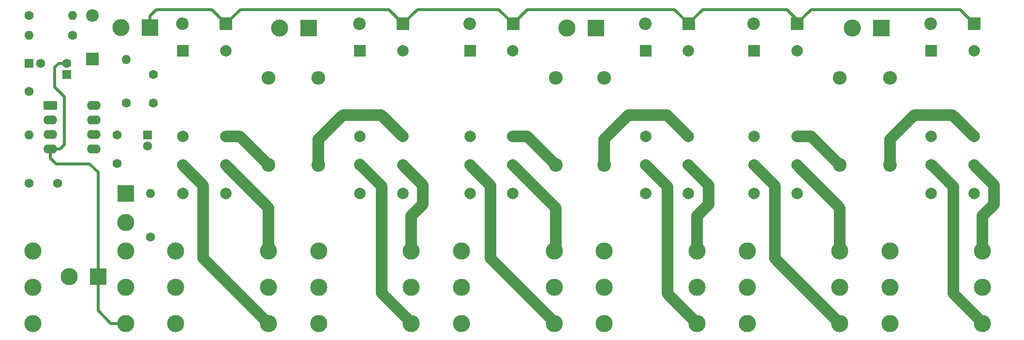
<source format=gbl>
%TF.GenerationSoftware,KiCad,Pcbnew,9.0.0+dfsg-1*%
%TF.CreationDate,2025-03-17T16:09:15+01:00*%
%TF.ProjectId,relays-array-6,72656c61-7973-42d6-9172-7261792d362e,1.0*%
%TF.SameCoordinates,Original*%
%TF.FileFunction,Copper,L2,Bot*%
%TF.FilePolarity,Positive*%
%FSLAX46Y46*%
G04 Gerber Fmt 4.6, Leading zero omitted, Abs format (unit mm)*
G04 Created by KiCad (PCBNEW 9.0.0+dfsg-1) date 2025-03-17 16:09:15*
%MOMM*%
%LPD*%
G01*
G04 APERTURE LIST*
G04 Aperture macros list*
%AMRoundRect*
0 Rectangle with rounded corners*
0 $1 Rounding radius*
0 $2 $3 $4 $5 $6 $7 $8 $9 X,Y pos of 4 corners*
0 Add a 4 corners polygon primitive as box body*
4,1,4,$2,$3,$4,$5,$6,$7,$8,$9,$2,$3,0*
0 Add four circle primitives for the rounded corners*
1,1,$1+$1,$2,$3*
1,1,$1+$1,$4,$5*
1,1,$1+$1,$6,$7*
1,1,$1+$1,$8,$9*
0 Add four rect primitives between the rounded corners*
20,1,$1+$1,$2,$3,$4,$5,0*
20,1,$1+$1,$4,$5,$6,$7,0*
20,1,$1+$1,$6,$7,$8,$9,0*
20,1,$1+$1,$8,$9,$2,$3,0*%
G04 Aperture macros list end*
%TA.AperFunction,ComponentPad*%
%ADD10C,2.000000*%
%TD*%
%TA.AperFunction,ComponentPad*%
%ADD11R,2.000000X2.000000*%
%TD*%
%TA.AperFunction,ComponentPad*%
%ADD12C,2.400000*%
%TD*%
%TA.AperFunction,ComponentPad*%
%ADD13O,2.400000X2.400000*%
%TD*%
%TA.AperFunction,ComponentPad*%
%ADD14R,3.000000X3.000000*%
%TD*%
%TA.AperFunction,ComponentPad*%
%ADD15C,3.000000*%
%TD*%
%TA.AperFunction,ComponentPad*%
%ADD16R,2.200000X2.200000*%
%TD*%
%TA.AperFunction,ComponentPad*%
%ADD17O,2.200000X2.200000*%
%TD*%
%TA.AperFunction,ComponentPad*%
%ADD18C,1.600000*%
%TD*%
%TA.AperFunction,ComponentPad*%
%ADD19O,1.600000X1.600000*%
%TD*%
%TA.AperFunction,ComponentPad*%
%ADD20R,1.600000X1.600000*%
%TD*%
%TA.AperFunction,ComponentPad*%
%ADD21RoundRect,0.250000X-0.950000X-0.550000X0.950000X-0.550000X0.950000X0.550000X-0.950000X0.550000X0*%
%TD*%
%TA.AperFunction,ComponentPad*%
%ADD22O,2.400000X1.600000*%
%TD*%
%TA.AperFunction,Conductor*%
%ADD23C,0.500000*%
%TD*%
%TA.AperFunction,Conductor*%
%ADD24C,2.000000*%
%TD*%
G04 APERTURE END LIST*
D10*
%TO.P,K6,11*%
%TO.N,Net-(J8-PadS)*%
X196000000Y-95000000D03*
%TO.P,K6,12*%
%TO.N,Net-(JP6-A)*%
X196000000Y-90000000D03*
%TO.P,K6,14*%
%TO.N,/SIGNAL*%
X196000000Y-100000000D03*
%TO.P,K6,21*%
%TO.N,Net-(J8-PadT)*%
X203500000Y-95000000D03*
%TO.P,K6,22*%
%TO.N,Net-(JP6-B)*%
X203500000Y-90000000D03*
%TO.P,K6,24*%
%TO.N,GND*%
X203500000Y-100000000D03*
D11*
%TO.P,K6,A1*%
%TO.N,Net-(D6-A)*%
X196000000Y-75000000D03*
D10*
%TO.P,K6,A2*%
%TO.N,+12V*%
X203500000Y-75000000D03*
%TD*%
%TO.P,K3,11*%
%TO.N,Net-(J4-PadS)*%
X115270000Y-95000000D03*
%TO.P,K3,12*%
%TO.N,Net-(JP4-A)*%
X115270000Y-90000000D03*
%TO.P,K3,14*%
%TO.N,/SIGNAL*%
X115270000Y-100000000D03*
%TO.P,K3,21*%
%TO.N,Net-(J4-PadT)*%
X122770000Y-95000000D03*
%TO.P,K3,22*%
%TO.N,Net-(JP4-B)*%
X122770000Y-90000000D03*
%TO.P,K3,24*%
%TO.N,GND*%
X122770000Y-100000000D03*
D11*
%TO.P,K3,A1*%
%TO.N,Net-(D3-A)*%
X115270000Y-75000000D03*
D10*
%TO.P,K3,A2*%
%TO.N,+12V*%
X122770000Y-75000000D03*
%TD*%
D12*
%TO.P,R3,1*%
%TO.N,Net-(JP4-B)*%
X130270000Y-95000000D03*
D13*
%TO.P,R3,2*%
%TO.N,Net-(JP4-A)*%
X130270000Y-79760000D03*
%TD*%
D14*
%TO.P,J16,1,Pin_1*%
%TO.N,GND*%
X50180000Y-114500000D03*
D15*
%TO.P,J16,2,Pin_2*%
%TO.N,Net-(J16-Pin_2)*%
X45100000Y-114500000D03*
%TD*%
D12*
%TO.P,R4,1*%
%TO.N,Net-(JP5-B)*%
X138750000Y-95000000D03*
D13*
%TO.P,R4,2*%
%TO.N,Net-(JP5-A)*%
X138750000Y-79760000D03*
%TD*%
D16*
%TO.P,D2,1,K*%
%TO.N,+12V*%
X103560000Y-70250000D03*
D17*
%TO.P,D2,2,A*%
%TO.N,Net-(D2-A)*%
X95940000Y-70250000D03*
%TD*%
D18*
%TO.P,C2,1*%
%TO.N,Net-(U1-+)*%
X38100000Y-98200000D03*
%TO.P,C2,2*%
%TO.N,Net-(J16-Pin_2)*%
X43100000Y-98200000D03*
%TD*%
%TO.P,R13,1*%
%TO.N,VCC*%
X55100000Y-84100000D03*
D19*
%TO.P,R13,2*%
%TO.N,+12V*%
X55100000Y-76480000D03*
%TD*%
D16*
%TO.P,D6,1,K*%
%TO.N,+12V*%
X203560000Y-70250000D03*
D17*
%TO.P,D6,2,A*%
%TO.N,Net-(D6-A)*%
X195940000Y-70250000D03*
%TD*%
D14*
%TO.P,J9,1,Pin_1*%
%TO.N,Net-(D6-A)*%
X187290000Y-71000000D03*
D15*
%TO.P,J9,2,Pin_2*%
%TO.N,Net-(D5-A)*%
X182210000Y-71000000D03*
%TD*%
D20*
%TO.P,C8,1*%
%TO.N,Net-(U1--)*%
X58800000Y-89700000D03*
D18*
%TO.P,C8,2*%
%TO.N,/SIGNAL*%
X58800000Y-91700000D03*
%TD*%
D16*
%TO.P,D3,1,K*%
%TO.N,+12V*%
X122830000Y-70250000D03*
D17*
%TO.P,D3,2,A*%
%TO.N,Net-(D3-A)*%
X115210000Y-70250000D03*
%TD*%
D10*
%TO.P,K4,11*%
%TO.N,Net-(J5-PadS)*%
X146000000Y-95000000D03*
%TO.P,K4,12*%
%TO.N,Net-(JP5-A)*%
X146000000Y-90000000D03*
%TO.P,K4,14*%
%TO.N,/SIGNAL*%
X146000000Y-100000000D03*
%TO.P,K4,21*%
%TO.N,Net-(J5-PadT)*%
X153500000Y-95000000D03*
%TO.P,K4,22*%
%TO.N,Net-(JP5-B)*%
X153500000Y-90000000D03*
%TO.P,K4,24*%
%TO.N,GND*%
X153500000Y-100000000D03*
D11*
%TO.P,K4,A1*%
%TO.N,Net-(D4-A)*%
X146000000Y-75000000D03*
D10*
%TO.P,K4,A2*%
%TO.N,+12V*%
X153500000Y-75000000D03*
%TD*%
D15*
%TO.P,J4,R*%
%TO.N,unconnected-(J4-PadR)*%
X130000000Y-116350000D03*
%TO.P,J4,RN*%
%TO.N,unconnected-(J4-PadRN)*%
X113770000Y-116350000D03*
%TO.P,J4,S*%
%TO.N,Net-(J4-PadS)*%
X130000000Y-122700000D03*
%TO.P,J4,SN*%
%TO.N,unconnected-(J4-PadSN)*%
X113770000Y-122700000D03*
%TO.P,J4,T*%
%TO.N,Net-(J4-PadT)*%
X130000000Y-110000000D03*
%TO.P,J4,TN*%
%TO.N,unconnected-(J4-PadTN)*%
X113770000Y-110000000D03*
%TD*%
D12*
%TO.P,R5,1*%
%TO.N,Net-(JP7-B)*%
X180000000Y-95000000D03*
D13*
%TO.P,R5,2*%
%TO.N,Net-(JP7-A)*%
X180000000Y-79760000D03*
%TD*%
D15*
%TO.P,J2,R*%
%TO.N,unconnected-(J2-PadR)*%
X105000000Y-116350000D03*
%TO.P,J2,RN*%
%TO.N,unconnected-(J2-PadRN)*%
X88770000Y-116350000D03*
%TO.P,J2,S*%
%TO.N,Net-(J2-PadS)*%
X105000000Y-122700000D03*
%TO.P,J2,SN*%
%TO.N,unconnected-(J2-PadSN)*%
X88770000Y-122700000D03*
%TO.P,J2,T*%
%TO.N,Net-(J2-PadT)*%
X105000000Y-110000000D03*
%TO.P,J2,TN*%
%TO.N,unconnected-(J2-PadTN)*%
X88770000Y-110000000D03*
%TD*%
D20*
%TO.P,C10,1*%
%TO.N,GNDS*%
X38100000Y-77200000D03*
D18*
%TO.P,C10,2*%
%TO.N,GND*%
X40100000Y-77200000D03*
%TD*%
D16*
%TO.P,D9,1,K*%
%TO.N,+12V*%
X49200000Y-76410000D03*
D17*
%TO.P,D9,2,A*%
%TO.N,GND*%
X49200000Y-68790000D03*
%TD*%
D16*
%TO.P,D4,1,K*%
%TO.N,+12V*%
X153560000Y-70250000D03*
D17*
%TO.P,D4,2,A*%
%TO.N,Net-(D4-A)*%
X145940000Y-70250000D03*
%TD*%
D15*
%TO.P,J14,R*%
%TO.N,unconnected-(J14-PadR)*%
X55000000Y-116350000D03*
%TO.P,J14,RN*%
%TO.N,unconnected-(J14-PadRN)*%
X38770000Y-116350000D03*
%TO.P,J14,S*%
%TO.N,GND*%
X55000000Y-122700000D03*
%TO.P,J14,SN*%
%TO.N,unconnected-(J14-PadSN)*%
X38770000Y-122700000D03*
%TO.P,J14,T*%
%TO.N,Net-(J16-Pin_2)*%
X55000000Y-110000000D03*
%TO.P,J14,TN*%
%TO.N,unconnected-(J14-PadTN)*%
X38770000Y-110000000D03*
%TD*%
D12*
%TO.P,R2,1*%
%TO.N,Net-(JP2-B)*%
X88750000Y-95000000D03*
D13*
%TO.P,R2,2*%
%TO.N,Net-(JP2-A)*%
X88750000Y-79760000D03*
%TD*%
D15*
%TO.P,J8,R*%
%TO.N,unconnected-(J8-PadR)*%
X205000000Y-116350000D03*
%TO.P,J8,RN*%
%TO.N,unconnected-(J8-PadRN)*%
X188770000Y-116350000D03*
%TO.P,J8,S*%
%TO.N,Net-(J8-PadS)*%
X205000000Y-122700000D03*
%TO.P,J8,SN*%
%TO.N,unconnected-(J8-PadSN)*%
X188770000Y-122700000D03*
%TO.P,J8,T*%
%TO.N,Net-(J8-PadT)*%
X205000000Y-110000000D03*
%TO.P,J8,TN*%
%TO.N,unconnected-(J8-PadTN)*%
X188770000Y-110000000D03*
%TD*%
D10*
%TO.P,K1,11*%
%TO.N,Net-(J1-PadS)*%
X65000000Y-95000000D03*
%TO.P,K1,12*%
%TO.N,Net-(JP3-A)*%
X65000000Y-90000000D03*
%TO.P,K1,14*%
%TO.N,/SIGNAL*%
X65000000Y-100000000D03*
%TO.P,K1,21*%
%TO.N,Net-(J1-PadT)*%
X72500000Y-95000000D03*
%TO.P,K1,22*%
%TO.N,Net-(JP3-B)*%
X72500000Y-90000000D03*
%TO.P,K1,24*%
%TO.N,GND*%
X72500000Y-100000000D03*
D11*
%TO.P,K1,A1*%
%TO.N,Net-(D1-A)*%
X65000000Y-75000000D03*
D10*
%TO.P,K1,A2*%
%TO.N,+12V*%
X72500000Y-75000000D03*
%TD*%
D16*
%TO.P,D1,1,K*%
%TO.N,+12V*%
X72560000Y-70250000D03*
D17*
%TO.P,D1,2,A*%
%TO.N,Net-(D1-A)*%
X64940000Y-70250000D03*
%TD*%
D18*
%TO.P,R16,1*%
%TO.N,GNDS*%
X38100000Y-82080000D03*
D19*
%TO.P,R16,2*%
%TO.N,Net-(U1-+)*%
X38100000Y-89700000D03*
%TD*%
D15*
%TO.P,J1,R*%
%TO.N,unconnected-(J1-PadR)*%
X80000000Y-116350000D03*
%TO.P,J1,RN*%
%TO.N,unconnected-(J1-PadRN)*%
X63770000Y-116350000D03*
%TO.P,J1,S*%
%TO.N,Net-(J1-PadS)*%
X80000000Y-122700000D03*
%TO.P,J1,SN*%
%TO.N,unconnected-(J1-PadSN)*%
X63770000Y-122700000D03*
%TO.P,J1,T*%
%TO.N,Net-(J1-PadT)*%
X80000000Y-110000000D03*
%TO.P,J1,TN*%
%TO.N,unconnected-(J1-PadTN)*%
X63770000Y-110000000D03*
%TD*%
D16*
%TO.P,D5,1,K*%
%TO.N,+12V*%
X172560000Y-70250000D03*
D17*
%TO.P,D5,2,A*%
%TO.N,Net-(D5-A)*%
X164940000Y-70250000D03*
%TD*%
D10*
%TO.P,K2,11*%
%TO.N,Net-(J2-PadS)*%
X96000000Y-95000000D03*
%TO.P,K2,12*%
%TO.N,Net-(JP2-A)*%
X96000000Y-90000000D03*
%TO.P,K2,14*%
%TO.N,/SIGNAL*%
X96000000Y-100000000D03*
%TO.P,K2,21*%
%TO.N,Net-(J2-PadT)*%
X103500000Y-95000000D03*
%TO.P,K2,22*%
%TO.N,Net-(JP2-B)*%
X103500000Y-90000000D03*
%TO.P,K2,24*%
%TO.N,GND*%
X103500000Y-100000000D03*
D11*
%TO.P,K2,A1*%
%TO.N,Net-(D2-A)*%
X96000000Y-75000000D03*
D10*
%TO.P,K2,A2*%
%TO.N,+12V*%
X103500000Y-75000000D03*
%TD*%
D18*
%TO.P,R9,1*%
%TO.N,GND*%
X59300000Y-107600000D03*
D19*
%TO.P,R9,2*%
%TO.N,/SIGNAL*%
X59300000Y-99980000D03*
%TD*%
D18*
%TO.P,C1,1*%
%TO.N,/SIGNAL*%
X53500000Y-94700000D03*
%TO.P,C1,2*%
%TO.N,Net-(U1--)*%
X53500000Y-89700000D03*
%TD*%
D12*
%TO.P,R1,1*%
%TO.N,Net-(JP3-B)*%
X80000000Y-95000000D03*
D13*
%TO.P,R1,2*%
%TO.N,Net-(JP3-A)*%
X80000000Y-79760000D03*
%TD*%
D14*
%TO.P,J6,1,Pin_1*%
%TO.N,Net-(D4-A)*%
X137330000Y-71000000D03*
D15*
%TO.P,J6,2,Pin_2*%
%TO.N,Net-(D3-A)*%
X132250000Y-71000000D03*
%TD*%
D18*
%TO.P,R15,1*%
%TO.N,GNDS*%
X38080000Y-68800000D03*
D19*
%TO.P,R15,2*%
%TO.N,GND*%
X45700000Y-68800000D03*
%TD*%
D14*
%TO.P,J3,1,Pin_1*%
%TO.N,Net-(D2-A)*%
X87040000Y-71000000D03*
D15*
%TO.P,J3,2,Pin_2*%
%TO.N,Net-(D1-A)*%
X81960000Y-71000000D03*
%TD*%
D12*
%TO.P,R6,1*%
%TO.N,Net-(JP6-B)*%
X188750000Y-95000000D03*
D13*
%TO.P,R6,2*%
%TO.N,Net-(JP6-A)*%
X188750000Y-79760000D03*
%TD*%
D21*
%TO.P,U1,1,VOS*%
%TO.N,unconnected-(U1-VOS-Pad1)*%
X41790000Y-84590000D03*
D22*
%TO.P,U1,2,-*%
%TO.N,Net-(U1--)*%
X41790000Y-87130000D03*
%TO.P,U1,3,+*%
%TO.N,Net-(U1-+)*%
X41790000Y-89670000D03*
%TO.P,U1,4,V-*%
%TO.N,GND*%
X41790000Y-92210000D03*
%TO.P,U1,5,NC*%
%TO.N,unconnected-(U1-NC-Pad5)*%
X49410000Y-92210000D03*
%TO.P,U1,6*%
%TO.N,Net-(U1--)*%
X49410000Y-89670000D03*
%TO.P,U1,7,V+*%
%TO.N,VCC*%
X49410000Y-87130000D03*
%TO.P,U1,8,VOS*%
%TO.N,unconnected-(U1-VOS-Pad8)*%
X49410000Y-84590000D03*
%TD*%
D15*
%TO.P,J7,R*%
%TO.N,unconnected-(J7-PadR)*%
X180000000Y-116350000D03*
%TO.P,J7,RN*%
%TO.N,unconnected-(J7-PadRN)*%
X163770000Y-116350000D03*
%TO.P,J7,S*%
%TO.N,Net-(J7-PadS)*%
X180000000Y-122700000D03*
%TO.P,J7,SN*%
%TO.N,unconnected-(J7-PadSN)*%
X163770000Y-122700000D03*
%TO.P,J7,T*%
%TO.N,Net-(J7-PadT)*%
X180000000Y-110000000D03*
%TO.P,J7,TN*%
%TO.N,unconnected-(J7-PadTN)*%
X163770000Y-110000000D03*
%TD*%
%TO.P,J5,R*%
%TO.N,unconnected-(J5-PadR)*%
X155000000Y-116350000D03*
%TO.P,J5,RN*%
%TO.N,unconnected-(J5-PadRN)*%
X138770000Y-116350000D03*
%TO.P,J5,S*%
%TO.N,Net-(J5-PadS)*%
X155000000Y-122700000D03*
%TO.P,J5,SN*%
%TO.N,unconnected-(J5-PadSN)*%
X138770000Y-122700000D03*
%TO.P,J5,T*%
%TO.N,Net-(J5-PadT)*%
X155000000Y-110000000D03*
%TO.P,J5,TN*%
%TO.N,unconnected-(J5-PadTN)*%
X138770000Y-110000000D03*
%TD*%
D14*
%TO.P,J15,1,Pin_1*%
%TO.N,/SIGNAL*%
X55000000Y-100000000D03*
D15*
%TO.P,J15,2,Pin_2*%
%TO.N,GND*%
X55000000Y-105080000D03*
%TD*%
D18*
%TO.P,R14,1*%
%TO.N,+12V*%
X45700000Y-72300000D03*
D19*
%TO.P,R14,2*%
%TO.N,GNDS*%
X38080000Y-72300000D03*
%TD*%
D10*
%TO.P,K5,11*%
%TO.N,Net-(J7-PadS)*%
X165000000Y-95000000D03*
%TO.P,K5,12*%
%TO.N,Net-(JP7-A)*%
X165000000Y-90000000D03*
%TO.P,K5,14*%
%TO.N,/SIGNAL*%
X165000000Y-100000000D03*
%TO.P,K5,21*%
%TO.N,Net-(J7-PadT)*%
X172500000Y-95000000D03*
%TO.P,K5,22*%
%TO.N,Net-(JP7-B)*%
X172500000Y-90000000D03*
%TO.P,K5,24*%
%TO.N,GND*%
X172500000Y-100000000D03*
D11*
%TO.P,K5,A1*%
%TO.N,Net-(D5-A)*%
X165000000Y-75000000D03*
D10*
%TO.P,K5,A2*%
%TO.N,+12V*%
X172500000Y-75000000D03*
%TD*%
D20*
%TO.P,C7,1*%
%TO.N,VCC*%
X44700000Y-79155113D03*
D18*
%TO.P,C7,2*%
%TO.N,GND*%
X44700000Y-77155113D03*
%TD*%
%TO.P,C3,1*%
%TO.N,VCC*%
X59800000Y-84100000D03*
%TO.P,C3,2*%
%TO.N,GND*%
X59800000Y-79100000D03*
%TD*%
D14*
%TO.P,J10,1,Pin_1*%
%TO.N,+12V*%
X59280000Y-70900000D03*
D15*
%TO.P,J10,2,Pin_2*%
%TO.N,GND*%
X54200000Y-70900000D03*
%TD*%
D23*
%TO.N,+12V*%
X172560000Y-69560000D02*
X172560000Y-70250000D01*
X203560000Y-70250000D02*
X203560000Y-70190000D01*
X175000000Y-67750000D02*
X201060000Y-67750000D01*
X172560000Y-70250000D02*
X172560000Y-70190000D01*
X60350000Y-67800000D02*
X70110000Y-67800000D01*
X59280000Y-70900000D02*
X59280000Y-68870000D01*
X70110000Y-67800000D02*
X72560000Y-70250000D01*
X72560000Y-70250000D02*
X75060000Y-67750000D01*
X75060000Y-67750000D02*
X101060000Y-67750000D01*
X151060000Y-67750000D02*
X125330000Y-67750000D01*
X59280000Y-68870000D02*
X60350000Y-67800000D01*
X151060000Y-67750000D02*
X153560000Y-70250000D01*
X153560000Y-70190000D02*
X156000000Y-67750000D01*
X101060000Y-67750000D02*
X103560000Y-70250000D01*
X106060000Y-67750000D02*
X120330000Y-67750000D01*
X172560000Y-70190000D02*
X175000000Y-67750000D01*
X153560000Y-70250000D02*
X153560000Y-70190000D01*
X103560000Y-70250000D02*
X106060000Y-67750000D01*
X156000000Y-67750000D02*
X170750000Y-67750000D01*
X120330000Y-67750000D02*
X122830000Y-70250000D01*
X170750000Y-67750000D02*
X172560000Y-69560000D01*
X122830000Y-70250000D02*
X125330000Y-67750000D01*
X201060000Y-67750000D02*
X203560000Y-70250000D01*
D24*
%TO.N,Net-(J1-PadS)*%
X80000000Y-122700000D02*
X68600000Y-111300000D01*
X68600000Y-98600000D02*
X65000000Y-95000000D01*
X68600000Y-111300000D02*
X68600000Y-98600000D01*
%TO.N,Net-(J1-PadT)*%
X72500000Y-95000000D02*
X80000000Y-102500000D01*
X80000000Y-102500000D02*
X80000000Y-110000000D01*
%TO.N,Net-(J2-PadS)*%
X99800000Y-117400000D02*
X99800000Y-98700000D01*
X99800000Y-98700000D02*
X96000000Y-94900000D01*
X105000000Y-122600000D02*
X99800000Y-117400000D01*
%TO.N,Net-(J2-PadT)*%
X105000000Y-110000000D02*
X105000000Y-103900000D01*
X107000000Y-101900000D02*
X107000000Y-98500000D01*
X107000000Y-98500000D02*
X103500000Y-95000000D01*
X105000000Y-103900000D02*
X107000000Y-101900000D01*
%TO.N,Net-(J4-PadS)*%
X130270000Y-122700000D02*
X118870000Y-111300000D01*
X118870000Y-111300000D02*
X118870000Y-98600000D01*
X118870000Y-98600000D02*
X115270000Y-95000000D01*
%TO.N,Net-(J4-PadT)*%
X130270000Y-102500000D02*
X122770000Y-95000000D01*
X130270000Y-110000000D02*
X130270000Y-102500000D01*
%TO.N,Net-(J5-PadS)*%
X149800000Y-98800000D02*
X146000000Y-95000000D01*
X155000000Y-122700000D02*
X149800000Y-117500000D01*
X149800000Y-117500000D02*
X149800000Y-98800000D01*
%TO.N,Net-(J5-PadT)*%
X157000000Y-98500000D02*
X153500000Y-95000000D01*
X157000000Y-101900000D02*
X157000000Y-98500000D01*
X155000000Y-103900000D02*
X157000000Y-101900000D01*
X155000000Y-110000000D02*
X155000000Y-103900000D01*
%TO.N,Net-(J7-PadS)*%
X180000000Y-122700000D02*
X168600000Y-111300000D01*
X168600000Y-98600000D02*
X165000000Y-95000000D01*
X168600000Y-111300000D02*
X168600000Y-98600000D01*
%TO.N,Net-(J7-PadT)*%
X180000000Y-102500000D02*
X172500000Y-95000000D01*
X180000000Y-110000000D02*
X180000000Y-102500000D01*
%TO.N,Net-(J8-PadT)*%
X207000000Y-98500000D02*
X203500000Y-95000000D01*
X207000000Y-101900000D02*
X207000000Y-98500000D01*
X205000000Y-103900000D02*
X207000000Y-101900000D01*
X205000000Y-110000000D02*
X205000000Y-103900000D01*
%TO.N,Net-(J8-PadS)*%
X199900000Y-117500000D02*
X199900000Y-98800000D01*
X199900000Y-98800000D02*
X196100000Y-95000000D01*
X205100000Y-122700000D02*
X199900000Y-117500000D01*
D23*
%TO.N,GND*%
X50180000Y-120480000D02*
X50180000Y-114500000D01*
X43490000Y-92210000D02*
X44300000Y-91400000D01*
X50180000Y-114500000D02*
X50180000Y-96280000D01*
X55000000Y-122700000D02*
X52400000Y-122700000D01*
X43344887Y-77155113D02*
X44700000Y-77155113D01*
X52400000Y-122700000D02*
X50180000Y-120480000D01*
X42600000Y-77900000D02*
X43344887Y-77155113D01*
X44300000Y-91400000D02*
X44300000Y-83000000D01*
X44300000Y-83000000D02*
X42600000Y-81300000D01*
X42800000Y-94800000D02*
X41790000Y-93790000D01*
X50180000Y-96280000D02*
X48700000Y-94800000D01*
X48700000Y-94800000D02*
X42800000Y-94800000D01*
X41790000Y-92210000D02*
X43490000Y-92210000D01*
X42600000Y-81300000D02*
X42600000Y-77900000D01*
X41790000Y-93790000D02*
X41790000Y-92210000D01*
D24*
%TO.N,Net-(JP2-B)*%
X93000000Y-86250000D02*
X99750000Y-86250000D01*
X88750000Y-95000000D02*
X88750000Y-90500000D01*
X88750000Y-90500000D02*
X93000000Y-86250000D01*
X99750000Y-86250000D02*
X103500000Y-90000000D01*
%TO.N,Net-(JP3-B)*%
X72500000Y-90000000D02*
X75000000Y-90000000D01*
X75000000Y-90000000D02*
X80000000Y-95000000D01*
%TO.N,Net-(JP4-B)*%
X122747500Y-89990000D02*
X125247500Y-89990000D01*
X125247500Y-89990000D02*
X130247500Y-94990000D01*
%TO.N,Net-(JP5-B)*%
X143000000Y-86250000D02*
X149750000Y-86250000D01*
X138750000Y-95000000D02*
X138750000Y-90500000D01*
X149750000Y-86250000D02*
X153500000Y-90000000D01*
X138750000Y-90500000D02*
X143000000Y-86250000D01*
%TO.N,Net-(JP6-B)*%
X199750000Y-86250000D02*
X203500000Y-90000000D01*
X193000000Y-86250000D02*
X199750000Y-86250000D01*
X188750000Y-95000000D02*
X188750000Y-90500000D01*
X188750000Y-90500000D02*
X193000000Y-86250000D01*
%TO.N,Net-(JP7-B)*%
X175000000Y-90000000D02*
X180000000Y-95000000D01*
X172500000Y-90000000D02*
X175000000Y-90000000D01*
%TD*%
M02*

</source>
